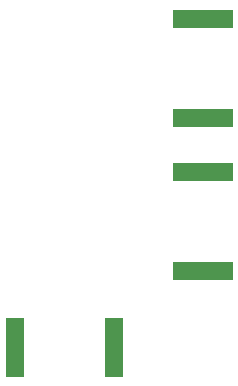
<source format=gbr>
%TF.GenerationSoftware,KiCad,Pcbnew,(5.1.8)-1*%
%TF.CreationDate,2021-04-18T10:22:12-07:00*%
%TF.ProjectId,coffee-spring21,636f6666-6565-42d7-9370-72696e673231,rev?*%
%TF.SameCoordinates,Original*%
%TF.FileFunction,Paste,Bot*%
%TF.FilePolarity,Positive*%
%FSLAX46Y46*%
G04 Gerber Fmt 4.6, Leading zero omitted, Abs format (unit mm)*
G04 Created by KiCad (PCBNEW (5.1.8)-1) date 2021-04-18 10:22:12*
%MOMM*%
%LPD*%
G01*
G04 APERTURE LIST*
%ADD10R,2.500000X1.600000*%
%ADD11R,1.600000X2.500000*%
G04 APERTURE END LIST*
D10*
%TO.C,U5*%
X173506000Y-92066000D03*
X176006000Y-92066000D03*
X173506000Y-100466000D03*
X176006000Y-100466000D03*
%TD*%
D11*
%TO.C,U6*%
X158868000Y-121142000D03*
X158868000Y-118642000D03*
X167268000Y-121142000D03*
X167268000Y-118642000D03*
%TD*%
D10*
%TO.C,U11*%
X173506000Y-105020000D03*
X176006000Y-105020000D03*
X173506000Y-113420000D03*
X176006000Y-113420000D03*
%TD*%
M02*

</source>
